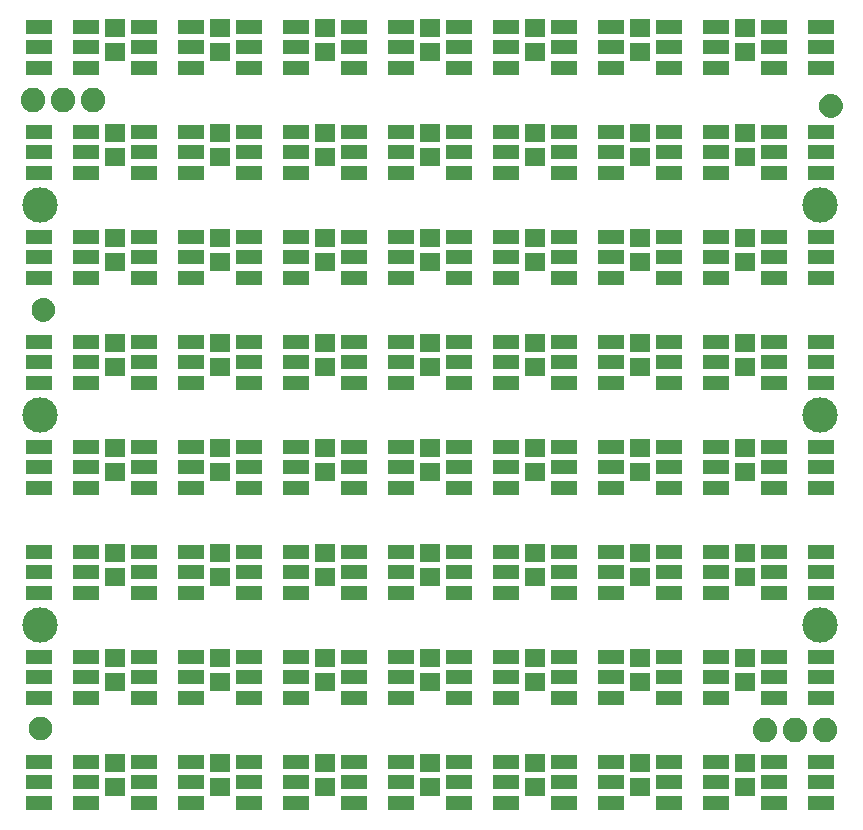
<source format=gbr>
G04 EAGLE Gerber RS-274X export*
G75*
%MOMM*%
%FSLAX34Y34*%
%LPD*%
%INSoldermask Top*%
%IPPOS*%
%AMOC8*
5,1,8,0,0,1.08239X$1,22.5*%
G01*
%ADD10C,3.003200*%
%ADD11R,2.203200X1.303200*%
%ADD12R,1.803200X1.503200*%
%ADD13C,2.082800*%
%ADD14C,1.203200*%
%ADD15C,0.500000*%


D10*
X-330200Y177800D03*
X330200Y177800D03*
X-330200Y-177800D03*
X330200Y-177800D03*
X-330200Y0D03*
X330200Y0D03*
D11*
X-291150Y311150D03*
X-291150Y294150D03*
X-331150Y311150D03*
X-331150Y328150D03*
X-291150Y328150D03*
X-331150Y294150D03*
D12*
X-266700Y327500D03*
X-266700Y307500D03*
D11*
X-202250Y311150D03*
X-202250Y294150D03*
X-242250Y311150D03*
X-242250Y328150D03*
X-202250Y328150D03*
X-242250Y294150D03*
D12*
X-177800Y327500D03*
X-177800Y307500D03*
D11*
X-113350Y311150D03*
X-113350Y294150D03*
X-153350Y311150D03*
X-153350Y328150D03*
X-113350Y328150D03*
X-153350Y294150D03*
D12*
X-88900Y327500D03*
X-88900Y307500D03*
D11*
X-24450Y311150D03*
X-24450Y294150D03*
X-64450Y311150D03*
X-64450Y328150D03*
X-24450Y328150D03*
X-64450Y294150D03*
D12*
X0Y327500D03*
X0Y307500D03*
D11*
X64450Y311150D03*
X64450Y294150D03*
X24450Y311150D03*
X24450Y328150D03*
X64450Y328150D03*
X24450Y294150D03*
D12*
X88900Y327500D03*
X88900Y307500D03*
D11*
X153350Y311150D03*
X153350Y294150D03*
X113350Y311150D03*
X113350Y328150D03*
X153350Y328150D03*
X113350Y294150D03*
D12*
X177800Y327500D03*
X177800Y307500D03*
D11*
X242250Y311150D03*
X242250Y294150D03*
X202250Y311150D03*
X202250Y328150D03*
X242250Y328150D03*
X202250Y294150D03*
D12*
X266700Y327500D03*
X266700Y307500D03*
D11*
X331150Y311150D03*
X331150Y294150D03*
X291150Y311150D03*
X291150Y328150D03*
X331150Y328150D03*
X291150Y294150D03*
X-291150Y222250D03*
X-291150Y205250D03*
X-331150Y222250D03*
X-331150Y239250D03*
X-291150Y239250D03*
X-331150Y205250D03*
D12*
X-266700Y238600D03*
X-266700Y218600D03*
D11*
X-202250Y222250D03*
X-202250Y205250D03*
X-242250Y222250D03*
X-242250Y239250D03*
X-202250Y239250D03*
X-242250Y205250D03*
D12*
X-177800Y238600D03*
X-177800Y218600D03*
D11*
X-113350Y222250D03*
X-113350Y205250D03*
X-153350Y222250D03*
X-153350Y239250D03*
X-113350Y239250D03*
X-153350Y205250D03*
D12*
X-88900Y238600D03*
X-88900Y218600D03*
D11*
X-24450Y222250D03*
X-24450Y205250D03*
X-64450Y222250D03*
X-64450Y239250D03*
X-24450Y239250D03*
X-64450Y205250D03*
D12*
X0Y238600D03*
X0Y218600D03*
D11*
X64450Y222250D03*
X64450Y205250D03*
X24450Y222250D03*
X24450Y239250D03*
X64450Y239250D03*
X24450Y205250D03*
D12*
X88900Y238600D03*
X88900Y218600D03*
D11*
X153350Y222250D03*
X153350Y205250D03*
X113350Y222250D03*
X113350Y239250D03*
X153350Y239250D03*
X113350Y205250D03*
D12*
X177800Y238600D03*
X177800Y218600D03*
D11*
X242250Y222250D03*
X242250Y205250D03*
X202250Y222250D03*
X202250Y239250D03*
X242250Y239250D03*
X202250Y205250D03*
D12*
X266700Y238600D03*
X266700Y218600D03*
D11*
X331150Y222250D03*
X331150Y205250D03*
X291150Y222250D03*
X291150Y239250D03*
X331150Y239250D03*
X291150Y205250D03*
X-291150Y133350D03*
X-291150Y116350D03*
X-331150Y133350D03*
X-331150Y150350D03*
X-291150Y150350D03*
X-331150Y116350D03*
D12*
X-266700Y149700D03*
X-266700Y129700D03*
D11*
X-202250Y133350D03*
X-202250Y116350D03*
X-242250Y133350D03*
X-242250Y150350D03*
X-202250Y150350D03*
X-242250Y116350D03*
D12*
X-177800Y149700D03*
X-177800Y129700D03*
D11*
X-113350Y133350D03*
X-113350Y116350D03*
X-153350Y133350D03*
X-153350Y150350D03*
X-113350Y150350D03*
X-153350Y116350D03*
D12*
X-88900Y149700D03*
X-88900Y129700D03*
D11*
X-24450Y133350D03*
X-24450Y116350D03*
X-64450Y133350D03*
X-64450Y150350D03*
X-24450Y150350D03*
X-64450Y116350D03*
D12*
X0Y149700D03*
X0Y129700D03*
D11*
X64450Y133350D03*
X64450Y116350D03*
X24450Y133350D03*
X24450Y150350D03*
X64450Y150350D03*
X24450Y116350D03*
D12*
X88900Y149700D03*
X88900Y129700D03*
D11*
X153350Y133350D03*
X153350Y116350D03*
X113350Y133350D03*
X113350Y150350D03*
X153350Y150350D03*
X113350Y116350D03*
D12*
X177800Y149700D03*
X177800Y129700D03*
D11*
X242250Y133350D03*
X242250Y116350D03*
X202250Y133350D03*
X202250Y150350D03*
X242250Y150350D03*
X202250Y116350D03*
D12*
X266700Y149700D03*
X266700Y129700D03*
D11*
X331150Y133350D03*
X331150Y116350D03*
X291150Y133350D03*
X291150Y150350D03*
X331150Y150350D03*
X291150Y116350D03*
X-291150Y44450D03*
X-291150Y27450D03*
X-331150Y44450D03*
X-331150Y61450D03*
X-291150Y61450D03*
X-331150Y27450D03*
D12*
X-266700Y60800D03*
X-266700Y40800D03*
D11*
X-202250Y44450D03*
X-202250Y27450D03*
X-242250Y44450D03*
X-242250Y61450D03*
X-202250Y61450D03*
X-242250Y27450D03*
D12*
X-177800Y60800D03*
X-177800Y40800D03*
D11*
X-113350Y44450D03*
X-113350Y27450D03*
X-153350Y44450D03*
X-153350Y61450D03*
X-113350Y61450D03*
X-153350Y27450D03*
D12*
X-88900Y60800D03*
X-88900Y40800D03*
D11*
X-24450Y44450D03*
X-24450Y27450D03*
X-64450Y44450D03*
X-64450Y61450D03*
X-24450Y61450D03*
X-64450Y27450D03*
D12*
X0Y60800D03*
X0Y40800D03*
D11*
X64450Y44450D03*
X64450Y27450D03*
X24450Y44450D03*
X24450Y61450D03*
X64450Y61450D03*
X24450Y27450D03*
D12*
X88900Y60800D03*
X88900Y40800D03*
D11*
X153350Y44450D03*
X153350Y27450D03*
X113350Y44450D03*
X113350Y61450D03*
X153350Y61450D03*
X113350Y27450D03*
D12*
X177800Y60800D03*
X177800Y40800D03*
D11*
X242250Y44450D03*
X242250Y27450D03*
X202250Y44450D03*
X202250Y61450D03*
X242250Y61450D03*
X202250Y27450D03*
D12*
X266700Y60800D03*
X266700Y40800D03*
D11*
X331150Y44450D03*
X331150Y27450D03*
X291150Y44450D03*
X291150Y61450D03*
X331150Y61450D03*
X291150Y27450D03*
X-291150Y-44450D03*
X-291150Y-61450D03*
X-331150Y-44450D03*
X-331150Y-27450D03*
X-291150Y-27450D03*
X-331150Y-61450D03*
D12*
X-266700Y-28100D03*
X-266700Y-48100D03*
D11*
X-202250Y-44450D03*
X-202250Y-61450D03*
X-242250Y-44450D03*
X-242250Y-27450D03*
X-202250Y-27450D03*
X-242250Y-61450D03*
D12*
X-177800Y-28100D03*
X-177800Y-48100D03*
D11*
X-113350Y-44450D03*
X-113350Y-61450D03*
X-153350Y-44450D03*
X-153350Y-27450D03*
X-113350Y-27450D03*
X-153350Y-61450D03*
D12*
X-88900Y-28100D03*
X-88900Y-48100D03*
D11*
X-24450Y-44450D03*
X-24450Y-61450D03*
X-64450Y-44450D03*
X-64450Y-27450D03*
X-24450Y-27450D03*
X-64450Y-61450D03*
D12*
X0Y-28100D03*
X0Y-48100D03*
D11*
X64450Y-44450D03*
X64450Y-61450D03*
X24450Y-44450D03*
X24450Y-27450D03*
X64450Y-27450D03*
X24450Y-61450D03*
D12*
X88900Y-28100D03*
X88900Y-48100D03*
D11*
X153350Y-44450D03*
X153350Y-61450D03*
X113350Y-44450D03*
X113350Y-27450D03*
X153350Y-27450D03*
X113350Y-61450D03*
D12*
X177800Y-28100D03*
X177800Y-48100D03*
D11*
X242250Y-44450D03*
X242250Y-61450D03*
X202250Y-44450D03*
X202250Y-27450D03*
X242250Y-27450D03*
X202250Y-61450D03*
D12*
X266700Y-28100D03*
X266700Y-48100D03*
D11*
X331150Y-44450D03*
X331150Y-61450D03*
X291150Y-44450D03*
X291150Y-27450D03*
X331150Y-27450D03*
X291150Y-61450D03*
X-291150Y-133350D03*
X-291150Y-150350D03*
X-331150Y-133350D03*
X-331150Y-116350D03*
X-291150Y-116350D03*
X-331150Y-150350D03*
D12*
X-266700Y-117000D03*
X-266700Y-137000D03*
D11*
X-202250Y-133350D03*
X-202250Y-150350D03*
X-242250Y-133350D03*
X-242250Y-116350D03*
X-202250Y-116350D03*
X-242250Y-150350D03*
D12*
X-177800Y-117000D03*
X-177800Y-137000D03*
D11*
X-113350Y-133350D03*
X-113350Y-150350D03*
X-153350Y-133350D03*
X-153350Y-116350D03*
X-113350Y-116350D03*
X-153350Y-150350D03*
D12*
X-88900Y-117000D03*
X-88900Y-137000D03*
D11*
X-24450Y-133350D03*
X-24450Y-150350D03*
X-64450Y-133350D03*
X-64450Y-116350D03*
X-24450Y-116350D03*
X-64450Y-150350D03*
D12*
X0Y-117000D03*
X0Y-137000D03*
D11*
X64450Y-133350D03*
X64450Y-150350D03*
X24450Y-133350D03*
X24450Y-116350D03*
X64450Y-116350D03*
X24450Y-150350D03*
D12*
X88900Y-117000D03*
X88900Y-137000D03*
D11*
X153350Y-133350D03*
X153350Y-150350D03*
X113350Y-133350D03*
X113350Y-116350D03*
X153350Y-116350D03*
X113350Y-150350D03*
D12*
X177800Y-117000D03*
X177800Y-137000D03*
D11*
X242250Y-133350D03*
X242250Y-150350D03*
X202250Y-133350D03*
X202250Y-116350D03*
X242250Y-116350D03*
X202250Y-150350D03*
D12*
X266700Y-117000D03*
X266700Y-137000D03*
D11*
X331150Y-133350D03*
X331150Y-150350D03*
X291150Y-133350D03*
X291150Y-116350D03*
X331150Y-116350D03*
X291150Y-150350D03*
X-291150Y-222250D03*
X-291150Y-239250D03*
X-331150Y-222250D03*
X-331150Y-205250D03*
X-291150Y-205250D03*
X-331150Y-239250D03*
D12*
X-266700Y-205900D03*
X-266700Y-225900D03*
D11*
X-202250Y-222250D03*
X-202250Y-239250D03*
X-242250Y-222250D03*
X-242250Y-205250D03*
X-202250Y-205250D03*
X-242250Y-239250D03*
D12*
X-177800Y-205900D03*
X-177800Y-225900D03*
D11*
X-113350Y-222250D03*
X-113350Y-239250D03*
X-153350Y-222250D03*
X-153350Y-205250D03*
X-113350Y-205250D03*
X-153350Y-239250D03*
D12*
X-88900Y-205900D03*
X-88900Y-225900D03*
D11*
X-24450Y-222250D03*
X-24450Y-239250D03*
X-64450Y-222250D03*
X-64450Y-205250D03*
X-24450Y-205250D03*
X-64450Y-239250D03*
D12*
X0Y-205900D03*
X0Y-225900D03*
D11*
X64450Y-222250D03*
X64450Y-239250D03*
X24450Y-222250D03*
X24450Y-205250D03*
X64450Y-205250D03*
X24450Y-239250D03*
D12*
X88900Y-205900D03*
X88900Y-225900D03*
D11*
X153350Y-222250D03*
X153350Y-239250D03*
X113350Y-222250D03*
X113350Y-205250D03*
X153350Y-205250D03*
X113350Y-239250D03*
D12*
X177800Y-205900D03*
X177800Y-225900D03*
D11*
X242250Y-222250D03*
X242250Y-239250D03*
X202250Y-222250D03*
X202250Y-205250D03*
X242250Y-205250D03*
X202250Y-239250D03*
D12*
X266700Y-205900D03*
X266700Y-225900D03*
D11*
X331150Y-222250D03*
X331150Y-239250D03*
X291150Y-222250D03*
X291150Y-205250D03*
X331150Y-205250D03*
X291150Y-239250D03*
X-291150Y-311150D03*
X-291150Y-328150D03*
X-331150Y-311150D03*
X-331150Y-294150D03*
X-291150Y-294150D03*
X-331150Y-328150D03*
D12*
X-266700Y-294800D03*
X-266700Y-314800D03*
D11*
X-202250Y-311150D03*
X-202250Y-328150D03*
X-242250Y-311150D03*
X-242250Y-294150D03*
X-202250Y-294150D03*
X-242250Y-328150D03*
D12*
X-177800Y-294800D03*
X-177800Y-314800D03*
D11*
X-113350Y-311150D03*
X-113350Y-328150D03*
X-153350Y-311150D03*
X-153350Y-294150D03*
X-113350Y-294150D03*
X-153350Y-328150D03*
D12*
X-88900Y-294800D03*
X-88900Y-314800D03*
D11*
X-24450Y-311150D03*
X-24450Y-328150D03*
X-64450Y-311150D03*
X-64450Y-294150D03*
X-24450Y-294150D03*
X-64450Y-328150D03*
D12*
X0Y-294800D03*
X0Y-314800D03*
D11*
X64450Y-311150D03*
X64450Y-328150D03*
X24450Y-311150D03*
X24450Y-294150D03*
X64450Y-294150D03*
X24450Y-328150D03*
D12*
X88900Y-294800D03*
X88900Y-314800D03*
D11*
X153350Y-311150D03*
X153350Y-328150D03*
X113350Y-311150D03*
X113350Y-294150D03*
X153350Y-294150D03*
X113350Y-328150D03*
D12*
X177800Y-294800D03*
X177800Y-314800D03*
D11*
X242250Y-311150D03*
X242250Y-328150D03*
X202250Y-311150D03*
X202250Y-294150D03*
X242250Y-294150D03*
X202250Y-328150D03*
D12*
X266700Y-294800D03*
X266700Y-314800D03*
D11*
X331150Y-311150D03*
X331150Y-328150D03*
X291150Y-311150D03*
X291150Y-294150D03*
X331150Y-294150D03*
X291150Y-328150D03*
D13*
X-336550Y266700D03*
X-311150Y266700D03*
X-285750Y266700D03*
X334010Y-266700D03*
X308610Y-266700D03*
X283210Y-266700D03*
D14*
X339090Y261620D03*
D15*
X339090Y269120D02*
X338909Y269118D01*
X338728Y269111D01*
X338547Y269100D01*
X338366Y269085D01*
X338186Y269065D01*
X338006Y269041D01*
X337827Y269013D01*
X337649Y268980D01*
X337472Y268943D01*
X337295Y268902D01*
X337120Y268857D01*
X336945Y268807D01*
X336772Y268753D01*
X336601Y268695D01*
X336430Y268633D01*
X336262Y268566D01*
X336095Y268496D01*
X335929Y268422D01*
X335766Y268343D01*
X335605Y268261D01*
X335445Y268175D01*
X335288Y268085D01*
X335133Y267991D01*
X334980Y267894D01*
X334830Y267792D01*
X334682Y267688D01*
X334536Y267579D01*
X334394Y267468D01*
X334254Y267352D01*
X334117Y267234D01*
X333982Y267112D01*
X333851Y266987D01*
X333723Y266859D01*
X333598Y266728D01*
X333476Y266593D01*
X333358Y266456D01*
X333242Y266316D01*
X333131Y266174D01*
X333022Y266028D01*
X332918Y265880D01*
X332816Y265730D01*
X332719Y265577D01*
X332625Y265422D01*
X332535Y265265D01*
X332449Y265105D01*
X332367Y264944D01*
X332288Y264781D01*
X332214Y264615D01*
X332144Y264448D01*
X332077Y264280D01*
X332015Y264109D01*
X331957Y263938D01*
X331903Y263765D01*
X331853Y263590D01*
X331808Y263415D01*
X331767Y263238D01*
X331730Y263061D01*
X331697Y262883D01*
X331669Y262704D01*
X331645Y262524D01*
X331625Y262344D01*
X331610Y262163D01*
X331599Y261982D01*
X331592Y261801D01*
X331590Y261620D01*
X339090Y269120D02*
X339271Y269118D01*
X339452Y269111D01*
X339633Y269100D01*
X339814Y269085D01*
X339994Y269065D01*
X340174Y269041D01*
X340353Y269013D01*
X340531Y268980D01*
X340708Y268943D01*
X340885Y268902D01*
X341060Y268857D01*
X341235Y268807D01*
X341408Y268753D01*
X341579Y268695D01*
X341750Y268633D01*
X341918Y268566D01*
X342085Y268496D01*
X342251Y268422D01*
X342414Y268343D01*
X342575Y268261D01*
X342735Y268175D01*
X342892Y268085D01*
X343047Y267991D01*
X343200Y267894D01*
X343350Y267792D01*
X343498Y267688D01*
X343644Y267579D01*
X343786Y267468D01*
X343926Y267352D01*
X344063Y267234D01*
X344198Y267112D01*
X344329Y266987D01*
X344457Y266859D01*
X344582Y266728D01*
X344704Y266593D01*
X344822Y266456D01*
X344938Y266316D01*
X345049Y266174D01*
X345158Y266028D01*
X345262Y265880D01*
X345364Y265730D01*
X345461Y265577D01*
X345555Y265422D01*
X345645Y265265D01*
X345731Y265105D01*
X345813Y264944D01*
X345892Y264781D01*
X345966Y264615D01*
X346036Y264448D01*
X346103Y264280D01*
X346165Y264109D01*
X346223Y263938D01*
X346277Y263765D01*
X346327Y263590D01*
X346372Y263415D01*
X346413Y263238D01*
X346450Y263061D01*
X346483Y262883D01*
X346511Y262704D01*
X346535Y262524D01*
X346555Y262344D01*
X346570Y262163D01*
X346581Y261982D01*
X346588Y261801D01*
X346590Y261620D01*
X346588Y261439D01*
X346581Y261258D01*
X346570Y261077D01*
X346555Y260896D01*
X346535Y260716D01*
X346511Y260536D01*
X346483Y260357D01*
X346450Y260179D01*
X346413Y260002D01*
X346372Y259825D01*
X346327Y259650D01*
X346277Y259475D01*
X346223Y259302D01*
X346165Y259131D01*
X346103Y258960D01*
X346036Y258792D01*
X345966Y258625D01*
X345892Y258459D01*
X345813Y258296D01*
X345731Y258135D01*
X345645Y257975D01*
X345555Y257818D01*
X345461Y257663D01*
X345364Y257510D01*
X345262Y257360D01*
X345158Y257212D01*
X345049Y257066D01*
X344938Y256924D01*
X344822Y256784D01*
X344704Y256647D01*
X344582Y256512D01*
X344457Y256381D01*
X344329Y256253D01*
X344198Y256128D01*
X344063Y256006D01*
X343926Y255888D01*
X343786Y255772D01*
X343644Y255661D01*
X343498Y255552D01*
X343350Y255448D01*
X343200Y255346D01*
X343047Y255249D01*
X342892Y255155D01*
X342735Y255065D01*
X342575Y254979D01*
X342414Y254897D01*
X342251Y254818D01*
X342085Y254744D01*
X341918Y254674D01*
X341750Y254607D01*
X341579Y254545D01*
X341408Y254487D01*
X341235Y254433D01*
X341060Y254383D01*
X340885Y254338D01*
X340708Y254297D01*
X340531Y254260D01*
X340353Y254227D01*
X340174Y254199D01*
X339994Y254175D01*
X339814Y254155D01*
X339633Y254140D01*
X339452Y254129D01*
X339271Y254122D01*
X339090Y254120D01*
X338909Y254122D01*
X338728Y254129D01*
X338547Y254140D01*
X338366Y254155D01*
X338186Y254175D01*
X338006Y254199D01*
X337827Y254227D01*
X337649Y254260D01*
X337472Y254297D01*
X337295Y254338D01*
X337120Y254383D01*
X336945Y254433D01*
X336772Y254487D01*
X336601Y254545D01*
X336430Y254607D01*
X336262Y254674D01*
X336095Y254744D01*
X335929Y254818D01*
X335766Y254897D01*
X335605Y254979D01*
X335445Y255065D01*
X335288Y255155D01*
X335133Y255249D01*
X334980Y255346D01*
X334830Y255448D01*
X334682Y255552D01*
X334536Y255661D01*
X334394Y255772D01*
X334254Y255888D01*
X334117Y256006D01*
X333982Y256128D01*
X333851Y256253D01*
X333723Y256381D01*
X333598Y256512D01*
X333476Y256647D01*
X333358Y256784D01*
X333242Y256924D01*
X333131Y257066D01*
X333022Y257212D01*
X332918Y257360D01*
X332816Y257510D01*
X332719Y257663D01*
X332625Y257818D01*
X332535Y257975D01*
X332449Y258135D01*
X332367Y258296D01*
X332288Y258459D01*
X332214Y258625D01*
X332144Y258792D01*
X332077Y258960D01*
X332015Y259131D01*
X331957Y259302D01*
X331903Y259475D01*
X331853Y259650D01*
X331808Y259825D01*
X331767Y260002D01*
X331730Y260179D01*
X331697Y260357D01*
X331669Y260536D01*
X331645Y260716D01*
X331625Y260896D01*
X331610Y261077D01*
X331599Y261258D01*
X331592Y261439D01*
X331590Y261620D01*
D14*
X-327660Y88900D03*
D15*
X-327660Y96400D02*
X-327841Y96398D01*
X-328022Y96391D01*
X-328203Y96380D01*
X-328384Y96365D01*
X-328564Y96345D01*
X-328744Y96321D01*
X-328923Y96293D01*
X-329101Y96260D01*
X-329278Y96223D01*
X-329455Y96182D01*
X-329630Y96137D01*
X-329805Y96087D01*
X-329978Y96033D01*
X-330149Y95975D01*
X-330320Y95913D01*
X-330488Y95846D01*
X-330655Y95776D01*
X-330821Y95702D01*
X-330984Y95623D01*
X-331145Y95541D01*
X-331305Y95455D01*
X-331462Y95365D01*
X-331617Y95271D01*
X-331770Y95174D01*
X-331920Y95072D01*
X-332068Y94968D01*
X-332214Y94859D01*
X-332356Y94748D01*
X-332496Y94632D01*
X-332633Y94514D01*
X-332768Y94392D01*
X-332899Y94267D01*
X-333027Y94139D01*
X-333152Y94008D01*
X-333274Y93873D01*
X-333392Y93736D01*
X-333508Y93596D01*
X-333619Y93454D01*
X-333728Y93308D01*
X-333832Y93160D01*
X-333934Y93010D01*
X-334031Y92857D01*
X-334125Y92702D01*
X-334215Y92545D01*
X-334301Y92385D01*
X-334383Y92224D01*
X-334462Y92061D01*
X-334536Y91895D01*
X-334606Y91728D01*
X-334673Y91560D01*
X-334735Y91389D01*
X-334793Y91218D01*
X-334847Y91045D01*
X-334897Y90870D01*
X-334942Y90695D01*
X-334983Y90518D01*
X-335020Y90341D01*
X-335053Y90163D01*
X-335081Y89984D01*
X-335105Y89804D01*
X-335125Y89624D01*
X-335140Y89443D01*
X-335151Y89262D01*
X-335158Y89081D01*
X-335160Y88900D01*
X-327660Y96400D02*
X-327479Y96398D01*
X-327298Y96391D01*
X-327117Y96380D01*
X-326936Y96365D01*
X-326756Y96345D01*
X-326576Y96321D01*
X-326397Y96293D01*
X-326219Y96260D01*
X-326042Y96223D01*
X-325865Y96182D01*
X-325690Y96137D01*
X-325515Y96087D01*
X-325342Y96033D01*
X-325171Y95975D01*
X-325000Y95913D01*
X-324832Y95846D01*
X-324665Y95776D01*
X-324499Y95702D01*
X-324336Y95623D01*
X-324175Y95541D01*
X-324015Y95455D01*
X-323858Y95365D01*
X-323703Y95271D01*
X-323550Y95174D01*
X-323400Y95072D01*
X-323252Y94968D01*
X-323106Y94859D01*
X-322964Y94748D01*
X-322824Y94632D01*
X-322687Y94514D01*
X-322552Y94392D01*
X-322421Y94267D01*
X-322293Y94139D01*
X-322168Y94008D01*
X-322046Y93873D01*
X-321928Y93736D01*
X-321812Y93596D01*
X-321701Y93454D01*
X-321592Y93308D01*
X-321488Y93160D01*
X-321386Y93010D01*
X-321289Y92857D01*
X-321195Y92702D01*
X-321105Y92545D01*
X-321019Y92385D01*
X-320937Y92224D01*
X-320858Y92061D01*
X-320784Y91895D01*
X-320714Y91728D01*
X-320647Y91560D01*
X-320585Y91389D01*
X-320527Y91218D01*
X-320473Y91045D01*
X-320423Y90870D01*
X-320378Y90695D01*
X-320337Y90518D01*
X-320300Y90341D01*
X-320267Y90163D01*
X-320239Y89984D01*
X-320215Y89804D01*
X-320195Y89624D01*
X-320180Y89443D01*
X-320169Y89262D01*
X-320162Y89081D01*
X-320160Y88900D01*
X-320162Y88719D01*
X-320169Y88538D01*
X-320180Y88357D01*
X-320195Y88176D01*
X-320215Y87996D01*
X-320239Y87816D01*
X-320267Y87637D01*
X-320300Y87459D01*
X-320337Y87282D01*
X-320378Y87105D01*
X-320423Y86930D01*
X-320473Y86755D01*
X-320527Y86582D01*
X-320585Y86411D01*
X-320647Y86240D01*
X-320714Y86072D01*
X-320784Y85905D01*
X-320858Y85739D01*
X-320937Y85576D01*
X-321019Y85415D01*
X-321105Y85255D01*
X-321195Y85098D01*
X-321289Y84943D01*
X-321386Y84790D01*
X-321488Y84640D01*
X-321592Y84492D01*
X-321701Y84346D01*
X-321812Y84204D01*
X-321928Y84064D01*
X-322046Y83927D01*
X-322168Y83792D01*
X-322293Y83661D01*
X-322421Y83533D01*
X-322552Y83408D01*
X-322687Y83286D01*
X-322824Y83168D01*
X-322964Y83052D01*
X-323106Y82941D01*
X-323252Y82832D01*
X-323400Y82728D01*
X-323550Y82626D01*
X-323703Y82529D01*
X-323858Y82435D01*
X-324015Y82345D01*
X-324175Y82259D01*
X-324336Y82177D01*
X-324499Y82098D01*
X-324665Y82024D01*
X-324832Y81954D01*
X-325000Y81887D01*
X-325171Y81825D01*
X-325342Y81767D01*
X-325515Y81713D01*
X-325690Y81663D01*
X-325865Y81618D01*
X-326042Y81577D01*
X-326219Y81540D01*
X-326397Y81507D01*
X-326576Y81479D01*
X-326756Y81455D01*
X-326936Y81435D01*
X-327117Y81420D01*
X-327298Y81409D01*
X-327479Y81402D01*
X-327660Y81400D01*
X-327841Y81402D01*
X-328022Y81409D01*
X-328203Y81420D01*
X-328384Y81435D01*
X-328564Y81455D01*
X-328744Y81479D01*
X-328923Y81507D01*
X-329101Y81540D01*
X-329278Y81577D01*
X-329455Y81618D01*
X-329630Y81663D01*
X-329805Y81713D01*
X-329978Y81767D01*
X-330149Y81825D01*
X-330320Y81887D01*
X-330488Y81954D01*
X-330655Y82024D01*
X-330821Y82098D01*
X-330984Y82177D01*
X-331145Y82259D01*
X-331305Y82345D01*
X-331462Y82435D01*
X-331617Y82529D01*
X-331770Y82626D01*
X-331920Y82728D01*
X-332068Y82832D01*
X-332214Y82941D01*
X-332356Y83052D01*
X-332496Y83168D01*
X-332633Y83286D01*
X-332768Y83408D01*
X-332899Y83533D01*
X-333027Y83661D01*
X-333152Y83792D01*
X-333274Y83927D01*
X-333392Y84064D01*
X-333508Y84204D01*
X-333619Y84346D01*
X-333728Y84492D01*
X-333832Y84640D01*
X-333934Y84790D01*
X-334031Y84943D01*
X-334125Y85098D01*
X-334215Y85255D01*
X-334301Y85415D01*
X-334383Y85576D01*
X-334462Y85739D01*
X-334536Y85905D01*
X-334606Y86072D01*
X-334673Y86240D01*
X-334735Y86411D01*
X-334793Y86582D01*
X-334847Y86755D01*
X-334897Y86930D01*
X-334942Y87105D01*
X-334983Y87282D01*
X-335020Y87459D01*
X-335053Y87637D01*
X-335081Y87816D01*
X-335105Y87996D01*
X-335125Y88176D01*
X-335140Y88357D01*
X-335151Y88538D01*
X-335158Y88719D01*
X-335160Y88900D01*
D14*
X-330200Y-265430D03*
D15*
X-330200Y-257930D02*
X-330381Y-257932D01*
X-330562Y-257939D01*
X-330743Y-257950D01*
X-330924Y-257965D01*
X-331104Y-257985D01*
X-331284Y-258009D01*
X-331463Y-258037D01*
X-331641Y-258070D01*
X-331818Y-258107D01*
X-331995Y-258148D01*
X-332170Y-258193D01*
X-332345Y-258243D01*
X-332518Y-258297D01*
X-332689Y-258355D01*
X-332860Y-258417D01*
X-333028Y-258484D01*
X-333195Y-258554D01*
X-333361Y-258628D01*
X-333524Y-258707D01*
X-333685Y-258789D01*
X-333845Y-258875D01*
X-334002Y-258965D01*
X-334157Y-259059D01*
X-334310Y-259156D01*
X-334460Y-259258D01*
X-334608Y-259362D01*
X-334754Y-259471D01*
X-334896Y-259582D01*
X-335036Y-259698D01*
X-335173Y-259816D01*
X-335308Y-259938D01*
X-335439Y-260063D01*
X-335567Y-260191D01*
X-335692Y-260322D01*
X-335814Y-260457D01*
X-335932Y-260594D01*
X-336048Y-260734D01*
X-336159Y-260876D01*
X-336268Y-261022D01*
X-336372Y-261170D01*
X-336474Y-261320D01*
X-336571Y-261473D01*
X-336665Y-261628D01*
X-336755Y-261785D01*
X-336841Y-261945D01*
X-336923Y-262106D01*
X-337002Y-262269D01*
X-337076Y-262435D01*
X-337146Y-262602D01*
X-337213Y-262770D01*
X-337275Y-262941D01*
X-337333Y-263112D01*
X-337387Y-263285D01*
X-337437Y-263460D01*
X-337482Y-263635D01*
X-337523Y-263812D01*
X-337560Y-263989D01*
X-337593Y-264167D01*
X-337621Y-264346D01*
X-337645Y-264526D01*
X-337665Y-264706D01*
X-337680Y-264887D01*
X-337691Y-265068D01*
X-337698Y-265249D01*
X-337700Y-265430D01*
X-330200Y-257930D02*
X-330019Y-257932D01*
X-329838Y-257939D01*
X-329657Y-257950D01*
X-329476Y-257965D01*
X-329296Y-257985D01*
X-329116Y-258009D01*
X-328937Y-258037D01*
X-328759Y-258070D01*
X-328582Y-258107D01*
X-328405Y-258148D01*
X-328230Y-258193D01*
X-328055Y-258243D01*
X-327882Y-258297D01*
X-327711Y-258355D01*
X-327540Y-258417D01*
X-327372Y-258484D01*
X-327205Y-258554D01*
X-327039Y-258628D01*
X-326876Y-258707D01*
X-326715Y-258789D01*
X-326555Y-258875D01*
X-326398Y-258965D01*
X-326243Y-259059D01*
X-326090Y-259156D01*
X-325940Y-259258D01*
X-325792Y-259362D01*
X-325646Y-259471D01*
X-325504Y-259582D01*
X-325364Y-259698D01*
X-325227Y-259816D01*
X-325092Y-259938D01*
X-324961Y-260063D01*
X-324833Y-260191D01*
X-324708Y-260322D01*
X-324586Y-260457D01*
X-324468Y-260594D01*
X-324352Y-260734D01*
X-324241Y-260876D01*
X-324132Y-261022D01*
X-324028Y-261170D01*
X-323926Y-261320D01*
X-323829Y-261473D01*
X-323735Y-261628D01*
X-323645Y-261785D01*
X-323559Y-261945D01*
X-323477Y-262106D01*
X-323398Y-262269D01*
X-323324Y-262435D01*
X-323254Y-262602D01*
X-323187Y-262770D01*
X-323125Y-262941D01*
X-323067Y-263112D01*
X-323013Y-263285D01*
X-322963Y-263460D01*
X-322918Y-263635D01*
X-322877Y-263812D01*
X-322840Y-263989D01*
X-322807Y-264167D01*
X-322779Y-264346D01*
X-322755Y-264526D01*
X-322735Y-264706D01*
X-322720Y-264887D01*
X-322709Y-265068D01*
X-322702Y-265249D01*
X-322700Y-265430D01*
X-322702Y-265611D01*
X-322709Y-265792D01*
X-322720Y-265973D01*
X-322735Y-266154D01*
X-322755Y-266334D01*
X-322779Y-266514D01*
X-322807Y-266693D01*
X-322840Y-266871D01*
X-322877Y-267048D01*
X-322918Y-267225D01*
X-322963Y-267400D01*
X-323013Y-267575D01*
X-323067Y-267748D01*
X-323125Y-267919D01*
X-323187Y-268090D01*
X-323254Y-268258D01*
X-323324Y-268425D01*
X-323398Y-268591D01*
X-323477Y-268754D01*
X-323559Y-268915D01*
X-323645Y-269075D01*
X-323735Y-269232D01*
X-323829Y-269387D01*
X-323926Y-269540D01*
X-324028Y-269690D01*
X-324132Y-269838D01*
X-324241Y-269984D01*
X-324352Y-270126D01*
X-324468Y-270266D01*
X-324586Y-270403D01*
X-324708Y-270538D01*
X-324833Y-270669D01*
X-324961Y-270797D01*
X-325092Y-270922D01*
X-325227Y-271044D01*
X-325364Y-271162D01*
X-325504Y-271278D01*
X-325646Y-271389D01*
X-325792Y-271498D01*
X-325940Y-271602D01*
X-326090Y-271704D01*
X-326243Y-271801D01*
X-326398Y-271895D01*
X-326555Y-271985D01*
X-326715Y-272071D01*
X-326876Y-272153D01*
X-327039Y-272232D01*
X-327205Y-272306D01*
X-327372Y-272376D01*
X-327540Y-272443D01*
X-327711Y-272505D01*
X-327882Y-272563D01*
X-328055Y-272617D01*
X-328230Y-272667D01*
X-328405Y-272712D01*
X-328582Y-272753D01*
X-328759Y-272790D01*
X-328937Y-272823D01*
X-329116Y-272851D01*
X-329296Y-272875D01*
X-329476Y-272895D01*
X-329657Y-272910D01*
X-329838Y-272921D01*
X-330019Y-272928D01*
X-330200Y-272930D01*
X-330381Y-272928D01*
X-330562Y-272921D01*
X-330743Y-272910D01*
X-330924Y-272895D01*
X-331104Y-272875D01*
X-331284Y-272851D01*
X-331463Y-272823D01*
X-331641Y-272790D01*
X-331818Y-272753D01*
X-331995Y-272712D01*
X-332170Y-272667D01*
X-332345Y-272617D01*
X-332518Y-272563D01*
X-332689Y-272505D01*
X-332860Y-272443D01*
X-333028Y-272376D01*
X-333195Y-272306D01*
X-333361Y-272232D01*
X-333524Y-272153D01*
X-333685Y-272071D01*
X-333845Y-271985D01*
X-334002Y-271895D01*
X-334157Y-271801D01*
X-334310Y-271704D01*
X-334460Y-271602D01*
X-334608Y-271498D01*
X-334754Y-271389D01*
X-334896Y-271278D01*
X-335036Y-271162D01*
X-335173Y-271044D01*
X-335308Y-270922D01*
X-335439Y-270797D01*
X-335567Y-270669D01*
X-335692Y-270538D01*
X-335814Y-270403D01*
X-335932Y-270266D01*
X-336048Y-270126D01*
X-336159Y-269984D01*
X-336268Y-269838D01*
X-336372Y-269690D01*
X-336474Y-269540D01*
X-336571Y-269387D01*
X-336665Y-269232D01*
X-336755Y-269075D01*
X-336841Y-268915D01*
X-336923Y-268754D01*
X-337002Y-268591D01*
X-337076Y-268425D01*
X-337146Y-268258D01*
X-337213Y-268090D01*
X-337275Y-267919D01*
X-337333Y-267748D01*
X-337387Y-267575D01*
X-337437Y-267400D01*
X-337482Y-267225D01*
X-337523Y-267048D01*
X-337560Y-266871D01*
X-337593Y-266693D01*
X-337621Y-266514D01*
X-337645Y-266334D01*
X-337665Y-266154D01*
X-337680Y-265973D01*
X-337691Y-265792D01*
X-337698Y-265611D01*
X-337700Y-265430D01*
M02*

</source>
